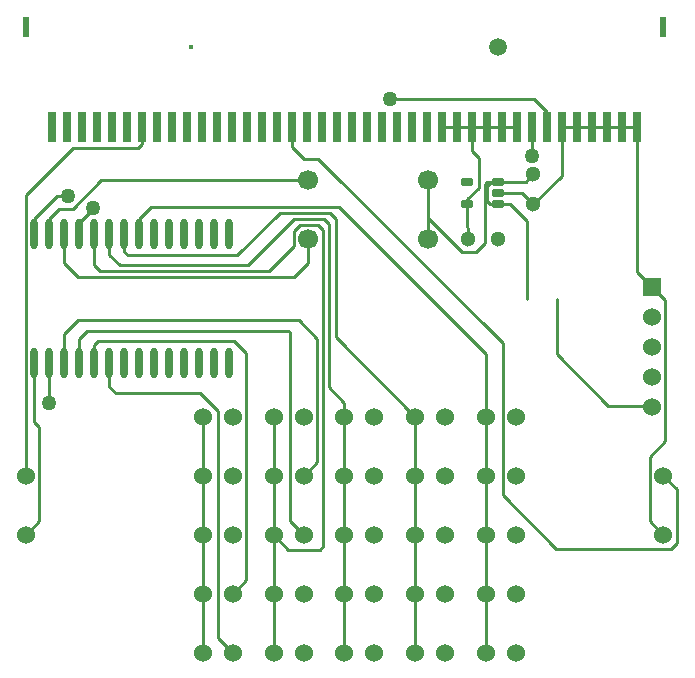
<source format=gtl>
G04 Layer_Physical_Order=1*
G04 Layer_Color=25308*
%FSLAX25Y25*%
%MOIN*%
G70*
G01*
G75*
%ADD10O,0.02362X0.10039*%
%ADD11R,0.03150X0.09843*%
G04:AMPARAMS|DCode=12|XSize=43.31mil|YSize=23.62mil|CornerRadius=5.91mil|HoleSize=0mil|Usage=FLASHONLY|Rotation=180.000|XOffset=0mil|YOffset=0mil|HoleType=Round|Shape=RoundedRectangle|*
%AMROUNDEDRECTD12*
21,1,0.04331,0.01181,0,0,180.0*
21,1,0.03150,0.02362,0,0,180.0*
1,1,0.01181,-0.01575,0.00591*
1,1,0.01181,0.01575,0.00591*
1,1,0.01181,0.01575,-0.00591*
1,1,0.01181,-0.01575,-0.00591*
%
%ADD12ROUNDEDRECTD12*%
%ADD13C,0.01000*%
%ADD14C,0.06000*%
%ADD15C,0.06693*%
%ADD16R,0.01969X0.07087*%
%ADD17C,0.05906*%
%ADD18C,0.01500*%
%ADD19C,0.05118*%
%ADD20R,0.06000X0.06000*%
%ADD21C,0.05000*%
D10*
X97421Y391929D02*
D03*
X102421D02*
D03*
X107421D02*
D03*
X112421D02*
D03*
X117421D02*
D03*
X122421D02*
D03*
X127421D02*
D03*
X132421D02*
D03*
X137421D02*
D03*
X142421D02*
D03*
X147421D02*
D03*
X152421D02*
D03*
X157421D02*
D03*
X162421D02*
D03*
X97421Y434843D02*
D03*
X102421D02*
D03*
X107421D02*
D03*
X112421D02*
D03*
X117421D02*
D03*
X122421D02*
D03*
X127421D02*
D03*
X132421D02*
D03*
X137421D02*
D03*
X142421D02*
D03*
X147421D02*
D03*
X152421D02*
D03*
X157421D02*
D03*
X162421D02*
D03*
D11*
X128228Y470433D02*
D03*
X133228D02*
D03*
X138228D02*
D03*
X148228D02*
D03*
X143228D02*
D03*
X118228D02*
D03*
X123228D02*
D03*
X113228D02*
D03*
X108228D02*
D03*
X103228D02*
D03*
X178228D02*
D03*
X183228D02*
D03*
X188228D02*
D03*
X198228D02*
D03*
X193228D02*
D03*
X168228D02*
D03*
X173228D02*
D03*
X163228D02*
D03*
X158228D02*
D03*
X153228D02*
D03*
X228228D02*
D03*
X233228D02*
D03*
X238228D02*
D03*
X248228D02*
D03*
X243228D02*
D03*
X218228D02*
D03*
X223228D02*
D03*
X213228D02*
D03*
X208228D02*
D03*
X203228D02*
D03*
X253228D02*
D03*
X258228D02*
D03*
X263228D02*
D03*
X273228D02*
D03*
X268228D02*
D03*
X293228D02*
D03*
X298228D02*
D03*
X288228D02*
D03*
X283228D02*
D03*
X278228D02*
D03*
D12*
X251969Y452362D02*
D03*
X241732Y444882D02*
D03*
X251969Y448622D02*
D03*
X241732Y452362D02*
D03*
X251969Y444882D02*
D03*
D13*
X288754Y377700D02*
X303150D01*
X248462Y452362D02*
X249662D01*
X228662Y442900D02*
Y452756D01*
Y440338D02*
Y442900D01*
Y433071D02*
Y440338D01*
X102421Y434843D02*
Y440000D01*
X105784Y443362D01*
X110362D01*
X119756Y452756D01*
X188662D01*
X263228Y461000D02*
Y470433D01*
X102421Y378600D02*
Y391929D01*
X97421Y372100D02*
Y391929D01*
Y372100D02*
X99000Y370521D01*
Y339157D02*
Y370521D01*
X94488Y334646D02*
X99000Y339157D01*
X251969Y448622D02*
X260039D01*
X263780Y444882D01*
X298228Y422244D02*
Y470433D01*
Y422244D02*
X303150Y417323D01*
X248032Y374016D02*
Y394886D01*
X199000Y443918D02*
X248032Y394886D01*
X136339Y443918D02*
X199000D01*
X132421Y440000D02*
X136339Y443918D01*
X132421Y434843D02*
Y440000D01*
X122421Y428000D02*
Y434843D01*
Y428000D02*
X125821Y424600D01*
X168682D01*
X184000Y439918D01*
X194000D01*
X195650Y438268D01*
Y383802D02*
Y438268D01*
Y383802D02*
X200787Y378664D01*
Y374016D02*
Y378664D01*
X115506Y441906D02*
X117000Y443400D01*
X112421Y438600D02*
X115506Y441906D01*
X112421Y434843D02*
Y438600D01*
X183228Y464000D02*
Y470433D01*
Y464000D02*
X187328Y459900D01*
X192000D01*
X253500Y398400D01*
Y347900D02*
Y398400D01*
Y347900D02*
X271400Y330000D01*
X309600D01*
X311600Y332000D01*
Y349817D01*
X307087Y354331D02*
X311600Y349817D01*
X133228Y464885D02*
Y470433D01*
X132000Y463657D02*
X133228Y464885D01*
X110145Y463657D02*
X132000D01*
X94488Y448000D02*
X110145Y463657D01*
X94488Y354331D02*
Y448000D01*
X251969Y452362D02*
X261260D01*
X263780Y454882D01*
X97421Y434843D02*
Y440000D01*
X104821Y447400D01*
X108500D01*
X107421Y425079D02*
Y434843D01*
Y425079D02*
X112000Y420500D01*
X183868D01*
X188662Y425293D01*
Y433071D01*
X127421Y429000D02*
Y434843D01*
Y429000D02*
X128621Y427800D01*
X165082D01*
X179200Y441918D01*
X195995D01*
X197995Y439918D01*
Y400431D02*
Y439918D01*
Y400431D02*
X224409Y374016D01*
X107421Y391929D02*
Y401621D01*
X112000Y406200D01*
X185500D01*
X191650Y400050D01*
Y379052D02*
Y400050D01*
Y379052D02*
X191700Y379002D01*
Y358865D02*
Y379002D01*
X187165Y354331D02*
X191700Y358865D01*
X117421Y424500D02*
Y434843D01*
Y424500D02*
X119321Y422600D01*
X175516D01*
X183815Y430899D01*
Y435733D01*
X186000Y437918D01*
X192000D01*
X193650Y436268D01*
Y381000D02*
Y436268D01*
Y381000D02*
X193700Y380950D01*
Y330800D02*
Y380950D01*
X192600Y329700D02*
X193700Y330800D01*
X182111Y329700D02*
X192600D01*
X177165Y334646D02*
X182111Y329700D01*
X263780Y444882D02*
X273228Y454331D01*
Y470433D01*
X215806Y479900D02*
X264000D01*
X268228Y475672D01*
Y470433D02*
Y475672D01*
X182600Y339211D02*
X187165Y334646D01*
X182600Y339211D02*
Y402000D01*
X182200Y402400D02*
X182600Y402000D01*
X114821Y402400D02*
X182200D01*
X112421Y400000D02*
X114821Y402400D01*
X112421Y391929D02*
Y400000D01*
X117421Y391929D02*
Y398000D01*
X118621Y399200D01*
X164000D01*
X168100Y395100D01*
Y319517D02*
Y395100D01*
X163543Y314961D02*
X168100Y319517D01*
X303150Y377323D02*
Y377700D01*
X271654Y394800D02*
X288754Y377700D01*
X271654Y394800D02*
Y413386D01*
X122421Y384000D02*
Y391929D01*
Y384000D02*
X124621Y381800D01*
X152700D01*
X158500Y376000D01*
Y300319D02*
Y376000D01*
Y300319D02*
X163543Y295276D01*
X261654Y413386D02*
Y439328D01*
X256100Y444882D02*
X261654Y439328D01*
X251969Y444882D02*
X256100D01*
X303150Y417323D02*
X307700Y412772D01*
Y365800D02*
Y412772D01*
X302500Y360600D02*
X307700Y365800D01*
X302500Y339232D02*
Y360600D01*
Y339232D02*
X307087Y334646D01*
X241732Y444882D02*
Y446532D01*
X245550Y450350D01*
Y460278D01*
X243228Y462600D02*
X245550Y460278D01*
X243228Y462600D02*
Y470433D01*
X241732Y437071D02*
Y444882D01*
Y437071D02*
X241969Y436835D01*
Y433071D02*
Y436835D01*
X247800Y451700D02*
X248462Y452362D01*
X247800Y432000D02*
Y451700D01*
X244800Y429000D02*
X247800Y432000D01*
X240000Y429000D02*
X244800D01*
X228662Y440338D02*
X240000Y429000D01*
X249418Y444882D02*
X251969D01*
X248300Y446000D02*
X249418Y444882D01*
X248300Y446000D02*
Y451000D01*
X249662Y452362D01*
X251969D01*
X283228Y470433D02*
X288228D01*
X273228D02*
X278228D01*
X283228D01*
X288228D02*
X293228D01*
X298228D01*
X248032Y314961D02*
Y334646D01*
Y295276D02*
Y314961D01*
Y334646D02*
Y354331D01*
Y374016D01*
X224409Y314961D02*
Y334646D01*
Y295276D02*
Y314961D01*
Y334646D02*
Y354331D01*
Y374016D01*
X200787Y314961D02*
Y334646D01*
Y295276D02*
Y314961D01*
Y334646D02*
Y354331D01*
Y374016D01*
X177165Y314961D02*
Y334646D01*
Y295276D02*
Y314961D01*
Y334646D02*
Y354331D01*
Y374016D01*
X153543Y314961D02*
Y334646D01*
Y295276D02*
Y314961D01*
Y334646D02*
Y354331D01*
Y374016D01*
X248228Y470433D02*
X253228D01*
X258228D01*
X243228D02*
X248228D01*
X233228D02*
X238228D01*
X243228D01*
D14*
X307087Y334646D02*
D03*
Y354331D02*
D03*
X94488Y334646D02*
D03*
Y354331D02*
D03*
X303150Y407323D02*
D03*
Y397323D02*
D03*
Y387323D02*
D03*
Y377323D02*
D03*
X163543Y295276D02*
D03*
X153543D02*
D03*
X187165D02*
D03*
X177165D02*
D03*
X210787D02*
D03*
X200787D02*
D03*
X234409D02*
D03*
X224409D02*
D03*
X258032D02*
D03*
X248032D02*
D03*
X163543Y314961D02*
D03*
X153543D02*
D03*
X187165D02*
D03*
X177165D02*
D03*
X210787D02*
D03*
X200787D02*
D03*
X234409D02*
D03*
X224409D02*
D03*
X258032D02*
D03*
X248032D02*
D03*
X163543Y334646D02*
D03*
X153543D02*
D03*
X187165D02*
D03*
X177165D02*
D03*
X210787D02*
D03*
X200787D02*
D03*
X234409D02*
D03*
X224409D02*
D03*
X258032D02*
D03*
X248032D02*
D03*
X163543Y354331D02*
D03*
X153543D02*
D03*
X187165D02*
D03*
X177165D02*
D03*
X210787D02*
D03*
X200787D02*
D03*
X234409D02*
D03*
X224409D02*
D03*
X258032D02*
D03*
X248032D02*
D03*
X163543Y374016D02*
D03*
X153543D02*
D03*
X187165Y374016D02*
D03*
X177165D02*
D03*
X210787Y374016D02*
D03*
X200787D02*
D03*
X234409D02*
D03*
X224409D02*
D03*
X258032D02*
D03*
X248032D02*
D03*
D15*
X228662Y452756D02*
D03*
X188662D02*
D03*
X228662Y433071D02*
D03*
X188662D02*
D03*
D16*
X307087Y503937D02*
D03*
X94488D02*
D03*
D17*
X251969Y497244D02*
D03*
D18*
X149606D02*
D03*
D19*
X263780Y454882D02*
D03*
Y444882D02*
D03*
X241969Y433071D02*
D03*
X251969D02*
D03*
D20*
X303150Y417323D02*
D03*
D21*
X263228Y461000D02*
D03*
X102421Y378600D02*
D03*
X117000Y443400D02*
D03*
X108500Y447400D02*
D03*
X215806Y479900D02*
D03*
M02*

</source>
